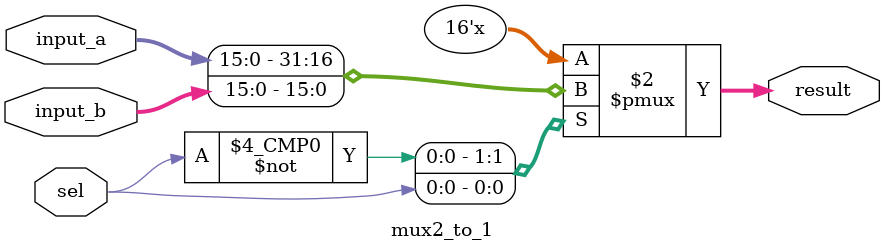
<source format=v>
module mux2_to_1(input_a,input_b,sel,result);

input [15:0] input_a;
input [15:0] input_b;
input sel;

output [15:0] result;
reg    [15:0] result;

always@(*)
begin
	case(sel)
	0:begin result <= input_a; end
	1:begin result <= input_b; end
	default: begin result <= 16'b0; end
	endcase
end

endmodule
	

</source>
